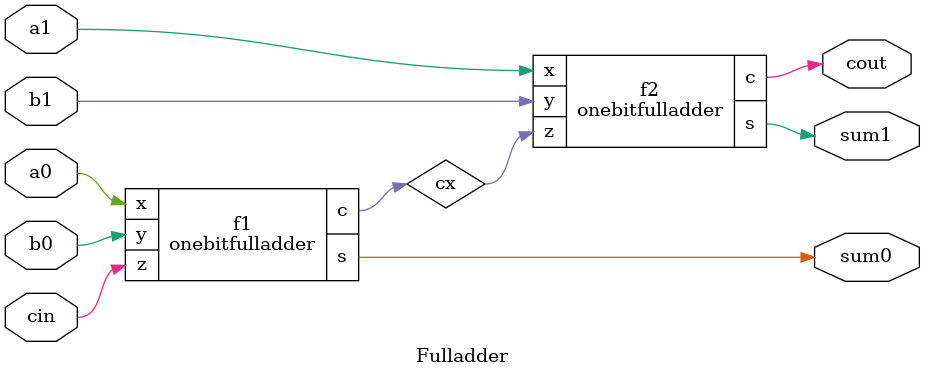
<source format=v>
module halfadder(A,B,carry,sum);
input A;
input B;
output carry;
output sum;
xor sumgate (sum,A,B);
and carrygate (carry,A,B);
endmodule 
module onebitfulladder(x,y,z,s,c);
input x;
input y;
input z;
output s;
output c;
wire s1;
wire c1;
wire c2;
halfadder h1 (x,y,c1,s1);
halfadder h2 (s1,z,c2,s);
or g1 (c,c1,c2);
endmodule 
module Fulladder(a0,a1,b0,b1,cin,cout,sum0,sum1);
input a0,a1,b0,b1,cin;
output sum0,sum1,cout;
wire cx;
onebitfulladder f1 (a0,b0,cin,sum0,cx);
onebitfulladder f2 (a1,b1,cx,sum1,cout);
endmodule 
</source>
